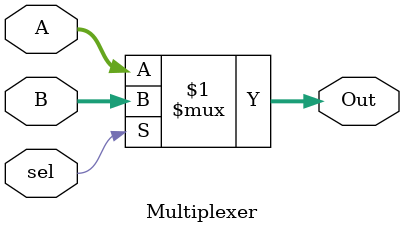
<source format=v>
module Multiplexer (A, B, sel, Out);

    input [31:0] A, B;
    input sel;
    output [31:0] Out;

    assign Out = (sel) ? B:A;

endmodule //Multiplexer
</source>
